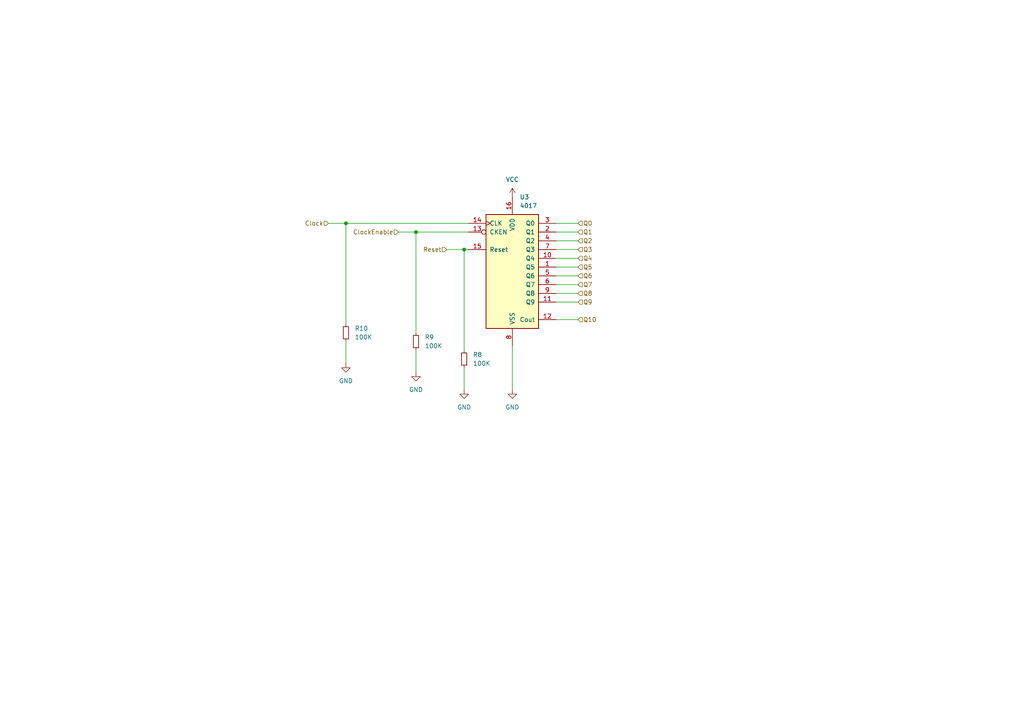
<source format=kicad_sch>
(kicad_sch (version 20250114) (generator "eeschema") (generator_version "9.0")
  (paper "A4")
  (lib_symbols
    (symbol "4xxx:4017" (pin_names (offset 1.016))
      (property "Reference" "U" (at -7.62 16.51 0))
      (property "Value" "4017" (at -7.62 -19.05 0))
      (symbol "4017_1_0"
        (pin input clock (at -12.7 12.7 0) (length 5.08) (name "CLK") (number "14"))
        (pin input inverted (at -12.7 10.16 0) (length 5.08) (name "CKEN") (number "13"))
        (pin input line (at -12.7 5.08 0) (length 5.08) (name "Reset") (number "15"))
        (pin power_in line (at 0 20.32 270) (length 5.08) (name "VDD") (number "16"))
        (pin power_in line (at 0 -22.86 90) (length 5.08) (name "VSS") (number "8"))
        (pin output line (at 12.7 12.7 180) (length 5.08) (name "Q0") (number "3"))
        (pin output line (at 12.7 10.16 180) (length 5.08) (name "Q1") (number "2"))
        (pin output line (at 12.7 7.62 180) (length 5.08) (name "Q2") (number "4"))
        (pin output line (at 12.7 5.08 180) (length 5.08) (name "Q3") (number "7"))
        (pin output line (at 12.7 2.54 180) (length 5.08) (name "Q4") (number "10"))
        (pin output line (at 12.7 0 180) (length 5.08) (name "Q5") (number "1"))
        (pin output line (at 12.7 -2.54 180) (length 5.08) (name "Q6") (number "5"))
        (pin output line (at 12.7 -5.08 180) (length 5.08) (name "Q7") (number "6"))
        (pin output line (at 12.7 -7.62 180) (length 5.08) (name "Q8") (number "9"))
        (pin output line (at 12.7 -10.16 180) (length 5.08) (name "Q9") (number "11"))
        (pin output line (at 12.7 -15.24 180) (length 5.08) (name "Cout") (number "12"))
      )
      (symbol "4017_1_1"
        (rectangle (start -7.62 15.24) (end 7.62 -17.78) (stroke (width 0.254)) (fill (type background)))
      )
    )
    (symbol "Device:R_Small" (pin_numbers (hide yes)) (pin_names (offset 0.254) (hide yes))
      (property "Reference" "R" (at 0 0 90))
      (property "Value" "R_Small" (at 1.778 0 90))
      (symbol "R_Small_0_1"
        (rectangle (start -0.762 1.778) (end 0.762 -1.778) (stroke (width 0.2032)))
      )
      (symbol "R_Small_1_1"
        (pin passive line (at 0 2.54 270) (length 0.762) (name "~") (number "1"))
        (pin passive line (at 0 -2.54 90) (length 0.762) (name "~") (number "2"))
      )
    )
    (symbol "power:GND" (power) (pin_numbers (hide yes)) (pin_names (offset 0) (hide yes))
      (property "Value" "GND" (at 0 -3.81 0))
      (symbol "GND_0_1"
        (polyline (pts (xy 0 0) (xy 0 -1.27) (xy 1.27 -1.27) (xy 0 -2.54) (xy -1.27 -1.27) (xy 0 -1.27)))
      )
      (symbol "GND_1_1"
        (pin power_in line (at 0 0 270) (length 0) (name "~") (number "1"))
      )
    )
    (symbol "power:VCC" (power) (pin_numbers (hide yes)) (pin_names (offset 0) (hide yes))
      (property "Value" "VCC" (at 0 3.556 0))
      (symbol "VCC_0_1"
        (polyline (pts (xy -0.762 1.27) (xy 0 2.54)))
        (polyline (pts (xy 0 2.54) (xy 0.762 1.27)))
        (polyline (pts (xy 0 0) (xy 0 2.54)))
      )
      (symbol "VCC_1_1"
        (pin power_in line (at 0 0 90) (length 0) (name "~") (number "1"))
      )
    )
  )
  (junction (at 120.65 67.31))
  (junction (at 100.33 64.77))
  (junction (at 134.62 72.39))
  (wire (pts (xy 134.62 72.39) (xy 135.89 72.39)))
  (wire (pts (xy 120.65 67.31) (xy 135.89 67.31)))
  (wire (pts (xy 129.54 72.39) (xy 134.62 72.39)))
  (wire (pts (xy 161.29 87.63) (xy 167.64 87.63)))
  (wire (pts (xy 161.29 74.93) (xy 167.64 74.93)))
  (wire (pts (xy 148.59 113.03) (xy 148.59 100.33)))
  (wire (pts (xy 100.33 64.77) (xy 100.33 93.98)))
  (wire (pts (xy 100.33 99.06) (xy 100.33 105.41)))
  (wire (pts (xy 161.29 92.71) (xy 167.64 92.71)))
  (wire (pts (xy 100.33 64.77) (xy 135.89 64.77)))
  (wire (pts (xy 120.65 101.6) (xy 120.65 107.95)))
  (wire (pts (xy 161.29 80.01) (xy 167.64 80.01)))
  (wire (pts (xy 161.29 72.39) (xy 167.64 72.39)))
  (wire (pts (xy 115.57 67.31) (xy 120.65 67.31)))
  (wire (pts (xy 161.29 85.09) (xy 167.64 85.09)))
  (wire (pts (xy 95.25 64.77) (xy 100.33 64.77)))
  (wire (pts (xy 161.29 67.31) (xy 167.64 67.31)))
  (wire (pts (xy 161.29 82.55) (xy 167.64 82.55)))
  (wire (pts (xy 134.62 106.68) (xy 134.62 113.03)))
  (wire (pts (xy 161.29 64.77) (xy 167.64 64.77)))
  (wire (pts (xy 120.65 67.31) (xy 120.65 96.52)))
  (wire (pts (xy 161.29 69.85) (xy 167.64 69.85)))
  (wire (pts (xy 161.29 77.47) (xy 167.64 77.47)))
  (wire (pts (xy 134.62 72.39) (xy 134.62 101.6)))
  (hierarchical_label "Q5" (shape input) (at 167.64 77.47 0))
  (hierarchical_label "Q10" (shape input) (at 167.64 92.71 0))
  (hierarchical_label "Clock" (shape input) (at 95.25 64.77 180))
  (hierarchical_label "Q8" (shape input) (at 167.64 85.09 0))
  (hierarchical_label "Q4" (shape input) (at 167.64 74.93 0))
  (hierarchical_label "Reset" (shape input) (at 129.54 72.39 180))
  (hierarchical_label "Q1" (shape input) (at 167.64 67.31 0))
  (hierarchical_label "Q2" (shape input) (at 167.64 69.85 0))
  (hierarchical_label "Q9" (shape input) (at 167.64 87.63 0))
  (hierarchical_label "Q3" (shape input) (at 167.64 72.39 0))
  (hierarchical_label "ClockEnable" (shape input) (at 115.57 67.31 180))
  (hierarchical_label "Q7" (shape input) (at 167.64 82.55 0))
  (hierarchical_label "Q6" (shape input) (at 167.64 80.01 0))
  (hierarchical_label "Q0" (shape input) (at 167.64 64.77 0))
  (symbol (lib_id "power:GND") (at 134.62 113.03 0) (unit 1)
    (property "Reference" "#PWR020" (effects (hide yes)))
    (property "Value" "GND" (at 134.62 118.11 0))
    (property "Description" "Power symbol creates a global label with name \"GND\" , ground" (effects (hide yes)))
  )
  (symbol (lib_id "Device:R_Small") (at 120.65 99.06 0) (unit 1)
    (property "Reference" "R9" (at 123.19 97.7899 0) (effects (justify left)))
    (property "Value" "100K" (at 123.19 100.3299 0) (effects (justify left)))
    (property "Footprint" "Resistor_THT:R_Axial_DIN0207_L6.3mm_D2.5mm_P10.16mm_Horizontal" (effects (hide yes)))
    (property "Description" "Resistor, small symbol" (effects (hide yes)))
  )
  (symbol (lib_id "power:VCC") (at 148.59 57.15 0) (unit 1)
    (property "Reference" "#PWR016" (effects (hide yes)))
    (property "Value" "VCC" (at 148.59 52.07 0))
    (property "Description" "Power symbol creates a global label with name \"VCC\"" (effects (hide yes)))
  )
  (symbol (lib_id "power:GND") (at 148.59 113.03 0) (unit 1)
    (property "Reference" "#PWR027" (effects (hide yes)))
    (property "Value" "GND" (at 148.59 118.11 0))
    (property "Description" "Power symbol creates a global label with name \"GND\" , ground" (effects (hide yes)))
  )
  (symbol (lib_id "4xxx:4017") (at 148.59 77.47 0) (unit 1)
    (property "Reference" "U3" (at 150.7333 57.15 0) (effects (justify left)))
    (property "Value" "4017" (at 150.7333 59.69 0) (effects (justify left)))
    (property "Footprint" "Package_DIP:DIP-16_W7.62mm" (effects (hide yes)))
    (property "Datasheet" "http://www.intersil.com/content/dam/Intersil/documents/cd40/cd4017bms-22bms.pdf" (effects (hide yes)))
    (property "Description" "Johnson Counter ( 10 outputs )" (effects (hide yes)))
  )
  (symbol (lib_id "Device:R_Small") (at 134.62 104.14 0) (unit 1)
    (property "Reference" "R8" (at 137.16 102.8699 0) (effects (justify left)))
    (property "Value" "100K" (at 137.16 105.4099 0) (effects (justify left)))
    (property "Footprint" "Resistor_THT:R_Axial_DIN0207_L6.3mm_D2.5mm_P10.16mm_Horizontal" (effects (hide yes)))
    (property "Description" "Resistor, small symbol" (effects (hide yes)))
  )
  (symbol (lib_id "Device:R_Small") (at 100.33 96.52 0) (unit 1)
    (property "Reference" "R10" (at 102.87 95.2499 0) (effects (justify left)))
    (property "Value" "100K" (at 102.87 97.7899 0) (effects (justify left)))
    (property "Footprint" "Resistor_THT:R_Axial_DIN0207_L6.3mm_D2.5mm_P10.16mm_Horizontal" (effects (hide yes)))
    (property "Description" "Resistor, small symbol" (effects (hide yes)))
  )
  (symbol (lib_id "power:GND") (at 100.33 105.41 0) (unit 1)
    (property "Reference" "#PWR022" (effects (hide yes)))
    (property "Value" "GND" (at 100.33 110.49 0))
    (property "Description" "Power symbol creates a global label with name \"GND\" , ground" (effects (hide yes)))
  )
  (symbol (lib_id "power:GND") (at 120.65 107.95 0) (unit 1)
    (property "Reference" "#PWR021" (effects (hide yes)))
    (property "Value" "GND" (at 120.65 113.03 0))
    (property "Description" "Power symbol creates a global label with name \"GND\" , ground" (effects (hide yes)))
  )
)
</source>
